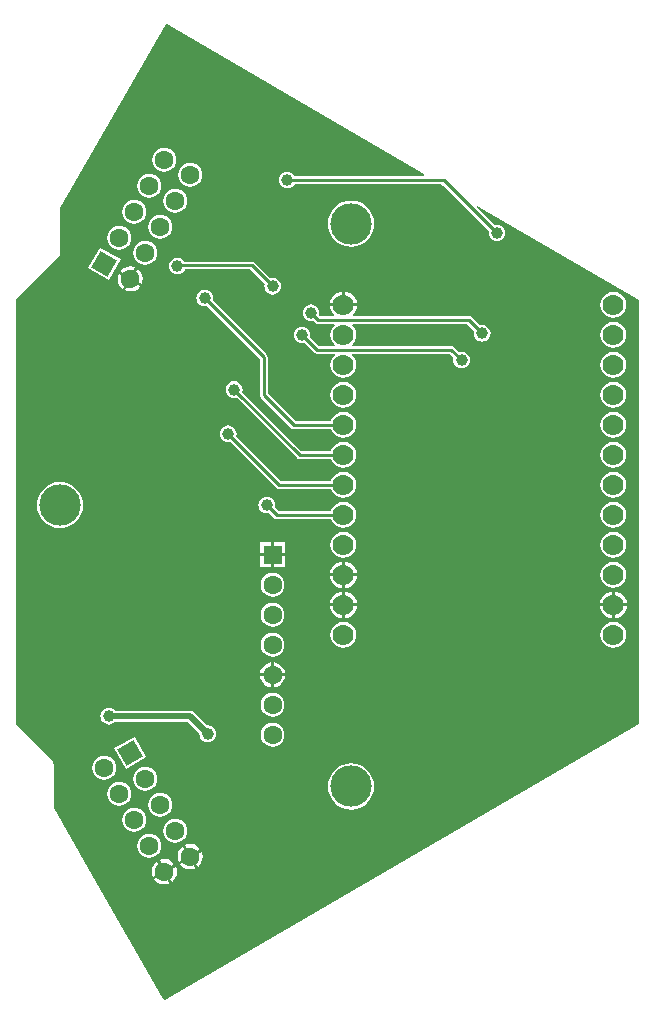
<source format=gtl>
G04*
G04 #@! TF.GenerationSoftware,Altium Limited,Altium Designer,20.0.14 (345)*
G04*
G04 Layer_Physical_Order=1*
G04 Layer_Color=255*
%FSLAX43Y43*%
%MOMM*%
G71*
G01*
G75*
%ADD11C,0.254*%
%ADD20C,0.250*%
%ADD21C,0.500*%
%ADD22C,1.778*%
%ADD23C,1.600*%
%ADD24R,1.600X1.600*%
%ADD25P,2.263X4X345.0*%
%ADD26P,2.263X4X105.0*%
%ADD27C,3.500*%
%ADD28C,1.000*%
G36*
X-5178Y28456D02*
X-5211Y28333D01*
X-16130D01*
X-16139Y28353D01*
X-16251Y28499D01*
X-16397Y28611D01*
X-16567Y28682D01*
X-16750Y28706D01*
X-16933Y28682D01*
X-17103Y28611D01*
X-17249Y28499D01*
X-17361Y28353D01*
X-17432Y28183D01*
X-17456Y28000D01*
X-17432Y27817D01*
X-17361Y27647D01*
X-17249Y27501D01*
X-17103Y27389D01*
X-16933Y27318D01*
X-16750Y27294D01*
X-16567Y27318D01*
X-16397Y27389D01*
X-16251Y27501D01*
X-16139Y27647D01*
X-16130Y27667D01*
X-3830D01*
X-3366Y27395D01*
X326Y23702D01*
X318Y23683D01*
X294Y23500D01*
X318Y23317D01*
X389Y23147D01*
X501Y23001D01*
X647Y22889D01*
X817Y22818D01*
X1000Y22794D01*
X1183Y22818D01*
X1353Y22889D01*
X1499Y23001D01*
X1611Y23147D01*
X1682Y23317D01*
X1706Y23500D01*
X1682Y23683D01*
X1611Y23853D01*
X1499Y23999D01*
X1353Y24111D01*
X1183Y24182D01*
X1000Y24206D01*
X817Y24182D01*
X798Y24174D01*
X-737Y25708D01*
X-659Y25809D01*
X13000Y17807D01*
Y-18082D01*
X-27116Y-41404D01*
X-27239Y-41371D01*
X-33650Y-30266D01*
X-36508Y-25181D01*
Y-21596D01*
X-36508Y-21596D01*
X-36531Y-21479D01*
X-36574Y-21415D01*
Y-21281D01*
X-39758Y-18068D01*
Y11465D01*
X-39758Y17873D01*
X-36000Y21631D01*
Y25637D01*
X-27062Y41172D01*
X-26939Y41204D01*
X-5178Y28456D01*
D02*
G37*
%LPC*%
G36*
X-27160Y30708D02*
X-27421Y30674D01*
X-27664Y30573D01*
X-27873Y30413D01*
X-28033Y30204D01*
X-28134Y29961D01*
X-28168Y29700D01*
X-28134Y29439D01*
X-28033Y29195D01*
X-27873Y28986D01*
X-27664Y28826D01*
X-27421Y28725D01*
X-27160Y28691D01*
X-26899Y28725D01*
X-26656Y28826D01*
X-26447Y28986D01*
X-26286Y29195D01*
X-26186Y29439D01*
X-26151Y29700D01*
X-26186Y29961D01*
X-26286Y30204D01*
X-26447Y30413D01*
X-26656Y30573D01*
X-26899Y30674D01*
X-27160Y30708D01*
D02*
G37*
G36*
X-24960Y29438D02*
X-25221Y29404D01*
X-25464Y29303D01*
X-25673Y29143D01*
X-25834Y28934D01*
X-25934Y28691D01*
X-25969Y28430D01*
X-25934Y28169D01*
X-25834Y27925D01*
X-25673Y27716D01*
X-25464Y27556D01*
X-25221Y27455D01*
X-24960Y27421D01*
X-24699Y27455D01*
X-24456Y27556D01*
X-24247Y27716D01*
X-24087Y27925D01*
X-23986Y28169D01*
X-23952Y28430D01*
X-23986Y28691D01*
X-24087Y28934D01*
X-24247Y29143D01*
X-24456Y29303D01*
X-24699Y29404D01*
X-24960Y29438D01*
D02*
G37*
G36*
X-28430Y28509D02*
X-28691Y28474D01*
X-28934Y28373D01*
X-29143Y28213D01*
X-29303Y28004D01*
X-29404Y27761D01*
X-29438Y27500D01*
X-29404Y27239D01*
X-29303Y26996D01*
X-29143Y26787D01*
X-28934Y26626D01*
X-28691Y26526D01*
X-28430Y26491D01*
X-28169Y26526D01*
X-27926Y26626D01*
X-27717Y26787D01*
X-27556Y26996D01*
X-27456Y27239D01*
X-27421Y27500D01*
X-27456Y27761D01*
X-27556Y28004D01*
X-27717Y28213D01*
X-27926Y28373D01*
X-28169Y28474D01*
X-28430Y28509D01*
D02*
G37*
G36*
X-26230Y27239D02*
X-26491Y27204D01*
X-26734Y27103D01*
X-26943Y26943D01*
X-27104Y26734D01*
X-27204Y26491D01*
X-27239Y26230D01*
X-27204Y25969D01*
X-27104Y25726D01*
X-26943Y25517D01*
X-26734Y25357D01*
X-26491Y25256D01*
X-26230Y25221D01*
X-25969Y25256D01*
X-25726Y25357D01*
X-25517Y25517D01*
X-25357Y25726D01*
X-25256Y25969D01*
X-25222Y26230D01*
X-25256Y26491D01*
X-25357Y26734D01*
X-25517Y26943D01*
X-25726Y27103D01*
X-25969Y27204D01*
X-26230Y27239D01*
D02*
G37*
G36*
X-29700Y26309D02*
X-29961Y26275D01*
X-30204Y26174D01*
X-30413Y26014D01*
X-30573Y25805D01*
X-30674Y25561D01*
X-30708Y25300D01*
X-30674Y25039D01*
X-30573Y24796D01*
X-30413Y24587D01*
X-30204Y24427D01*
X-29961Y24326D01*
X-29700Y24292D01*
X-29439Y24326D01*
X-29196Y24427D01*
X-28987Y24587D01*
X-28826Y24796D01*
X-28726Y25039D01*
X-28691Y25300D01*
X-28726Y25561D01*
X-28826Y25805D01*
X-28987Y26014D01*
X-29196Y26174D01*
X-29439Y26275D01*
X-29700Y26309D01*
D02*
G37*
G36*
X-27500Y25039D02*
X-27761Y25005D01*
X-28004Y24904D01*
X-28213Y24743D01*
X-28374Y24535D01*
X-28474Y24291D01*
X-28509Y24030D01*
X-28474Y23769D01*
X-28374Y23526D01*
X-28213Y23317D01*
X-28004Y23157D01*
X-27761Y23056D01*
X-27500Y23022D01*
X-27239Y23056D01*
X-26996Y23157D01*
X-26787Y23317D01*
X-26627Y23526D01*
X-26526Y23769D01*
X-26492Y24030D01*
X-26526Y24291D01*
X-26627Y24535D01*
X-26787Y24743D01*
X-26996Y24904D01*
X-27239Y25005D01*
X-27500Y25039D01*
D02*
G37*
G36*
X-11356Y26247D02*
X-11738Y26209D01*
X-12106Y26098D01*
X-12445Y25917D01*
X-12742Y25673D01*
X-12985Y25376D01*
X-13166Y25037D01*
X-13278Y24670D01*
X-13315Y24287D01*
X-13278Y23905D01*
X-13166Y23537D01*
X-12985Y23199D01*
X-12742Y22902D01*
X-12445Y22658D01*
X-12106Y22477D01*
X-11738Y22366D01*
X-11356Y22328D01*
X-10974Y22366D01*
X-10606Y22477D01*
X-10267Y22658D01*
X-9970Y22902D01*
X-9727Y23199D01*
X-9546Y23537D01*
X-9434Y23905D01*
X-9397Y24287D01*
X-9434Y24670D01*
X-9546Y25037D01*
X-9727Y25376D01*
X-9970Y25673D01*
X-10267Y25917D01*
X-10606Y26098D01*
X-10974Y26209D01*
X-11356Y26247D01*
D02*
G37*
G36*
X-30970Y24109D02*
X-31231Y24075D01*
X-31474Y23974D01*
X-31683Y23814D01*
X-31843Y23605D01*
X-31944Y23362D01*
X-31978Y23101D01*
X-31944Y22840D01*
X-31843Y22596D01*
X-31683Y22387D01*
X-31474Y22227D01*
X-31231Y22126D01*
X-30970Y22092D01*
X-30709Y22126D01*
X-30466Y22227D01*
X-30257Y22387D01*
X-30096Y22596D01*
X-29996Y22840D01*
X-29961Y23101D01*
X-29996Y23362D01*
X-30096Y23605D01*
X-30257Y23814D01*
X-30466Y23974D01*
X-30709Y24075D01*
X-30970Y24109D01*
D02*
G37*
G36*
X-28770Y22839D02*
X-29031Y22805D01*
X-29274Y22704D01*
X-29483Y22544D01*
X-29644Y22335D01*
X-29744Y22092D01*
X-29779Y21831D01*
X-29744Y21570D01*
X-29644Y21326D01*
X-29483Y21117D01*
X-29274Y20957D01*
X-29031Y20856D01*
X-28770Y20822D01*
X-28509Y20856D01*
X-28266Y20957D01*
X-28057Y21117D01*
X-27897Y21326D01*
X-27796Y21570D01*
X-27762Y21831D01*
X-27796Y22092D01*
X-27897Y22335D01*
X-28057Y22544D01*
X-28266Y22704D01*
X-28509Y22805D01*
X-28770Y22839D01*
D02*
G37*
G36*
X-30040Y20694D02*
X-30315Y20658D01*
X-30572Y20552D01*
X-30792Y20383D01*
X-30883Y20264D01*
X-30087Y19804D01*
X-29627Y20601D01*
X-29765Y20658D01*
X-30040Y20694D01*
D02*
G37*
G36*
X-32606Y22267D02*
X-33606Y20535D01*
X-31874Y19535D01*
X-30874Y21267D01*
X-32606Y22267D01*
D02*
G37*
G36*
X-29407Y20474D02*
X-29867Y19677D01*
X-29070Y19218D01*
X-29013Y19356D01*
X-28977Y19631D01*
X-29013Y19906D01*
X-29119Y20162D01*
X-29288Y20383D01*
X-29407Y20474D01*
D02*
G37*
G36*
X-31010Y20044D02*
X-31067Y19906D01*
X-31103Y19631D01*
X-31067Y19356D01*
X-30961Y19099D01*
X-30792Y18879D01*
X-30673Y18788D01*
X-30214Y19584D01*
X-31010Y20044D01*
D02*
G37*
G36*
X-29994Y19457D02*
X-30453Y18661D01*
X-30315Y18604D01*
X-30040Y18568D01*
X-29765Y18604D01*
X-29509Y18710D01*
X-29288Y18879D01*
X-29197Y18998D01*
X-29994Y19457D01*
D02*
G37*
G36*
X-26053Y21403D02*
X-26236Y21379D01*
X-26406Y21308D01*
X-26553Y21196D01*
X-26665Y21050D01*
X-26735Y20879D01*
X-26759Y20697D01*
X-26735Y20514D01*
X-26665Y20344D01*
X-26553Y20197D01*
X-26406Y20085D01*
X-26236Y20015D01*
X-26053Y19991D01*
X-25871Y20015D01*
X-25700Y20085D01*
X-25554Y20197D01*
X-25442Y20344D01*
X-25411Y20419D01*
X-19887D01*
X-18673Y19204D01*
X-18682Y19183D01*
X-18706Y19000D01*
X-18682Y18817D01*
X-18611Y18647D01*
X-18499Y18501D01*
X-18353Y18389D01*
X-18183Y18318D01*
X-18000Y18294D01*
X-17817Y18318D01*
X-17647Y18389D01*
X-17501Y18501D01*
X-17389Y18647D01*
X-17318Y18817D01*
X-17294Y19000D01*
X-17318Y19183D01*
X-17389Y19353D01*
X-17501Y19499D01*
X-17647Y19611D01*
X-17817Y19682D01*
X-18000Y19706D01*
X-18183Y19682D01*
X-18204Y19673D01*
X-19516Y20984D01*
X-19623Y21056D01*
X-19750Y21081D01*
X-25466D01*
X-25554Y21196D01*
X-25700Y21308D01*
X-25871Y21379D01*
X-26053Y21403D01*
D02*
G37*
G36*
X-11873Y18546D02*
Y17537D01*
X-10864D01*
X-10886Y17708D01*
X-11002Y17986D01*
X-11185Y18225D01*
X-11424Y18408D01*
X-11702Y18524D01*
X-11873Y18546D01*
D02*
G37*
G36*
X-12127D02*
X-12298Y18524D01*
X-12576Y18408D01*
X-12815Y18225D01*
X-12998Y17986D01*
X-13114Y17708D01*
X-13136Y17537D01*
X-12127D01*
Y18546D01*
D02*
G37*
G36*
X10860Y18508D02*
X10576Y18471D01*
X10311Y18361D01*
X10083Y18187D01*
X9909Y17959D01*
X9799Y17694D01*
X9762Y17410D01*
X9799Y17126D01*
X9909Y16861D01*
X10083Y16633D01*
X10311Y16459D01*
X10576Y16349D01*
X10860Y16312D01*
X11144Y16349D01*
X11409Y16459D01*
X11637Y16633D01*
X11811Y16861D01*
X11921Y17126D01*
X11958Y17410D01*
X11921Y17694D01*
X11811Y17959D01*
X11637Y18187D01*
X11409Y18361D01*
X11144Y18471D01*
X10860Y18508D01*
D02*
G37*
G36*
X-14750Y17456D02*
X-14933Y17432D01*
X-15103Y17361D01*
X-15249Y17249D01*
X-15361Y17103D01*
X-15432Y16933D01*
X-15456Y16750D01*
X-15432Y16567D01*
X-15361Y16397D01*
X-15249Y16251D01*
X-15103Y16139D01*
X-14933Y16068D01*
X-14750Y16044D01*
X-14567Y16068D01*
X-14542Y16079D01*
X-14363Y15900D01*
X-14255Y15828D01*
X-14129Y15803D01*
X-12771D01*
X-12730Y15682D01*
X-12777Y15647D01*
X-12951Y15419D01*
X-13061Y15154D01*
X-13098Y14870D01*
X-13061Y14586D01*
X-12951Y14321D01*
X-12777Y14093D01*
X-12730Y14058D01*
X-12771Y13937D01*
X-14099D01*
X-14827Y14666D01*
X-14818Y14687D01*
X-14794Y14870D01*
X-14818Y15053D01*
X-14889Y15223D01*
X-15001Y15369D01*
X-15147Y15481D01*
X-15317Y15552D01*
X-15500Y15576D01*
X-15683Y15552D01*
X-15853Y15481D01*
X-15999Y15369D01*
X-16111Y15223D01*
X-16182Y15053D01*
X-16206Y14870D01*
X-16182Y14687D01*
X-16111Y14517D01*
X-15999Y14371D01*
X-15853Y14259D01*
X-15683Y14188D01*
X-15500Y14164D01*
X-15317Y14188D01*
X-15296Y14197D01*
X-14470Y13372D01*
X-14363Y13300D01*
X-14236Y13275D01*
X-12755D01*
X-12715Y13154D01*
X-12777Y13107D01*
X-12951Y12879D01*
X-13061Y12614D01*
X-13098Y12330D01*
X-13061Y12046D01*
X-12951Y11781D01*
X-12777Y11553D01*
X-12549Y11379D01*
X-12284Y11269D01*
X-12000Y11232D01*
X-11716Y11269D01*
X-11451Y11379D01*
X-11223Y11553D01*
X-11049Y11781D01*
X-10939Y12046D01*
X-10902Y12330D01*
X-10939Y12614D01*
X-11049Y12879D01*
X-11223Y13107D01*
X-11285Y13154D01*
X-11245Y13275D01*
X-2993D01*
X-2673Y12954D01*
X-2682Y12933D01*
X-2706Y12750D01*
X-2682Y12567D01*
X-2611Y12397D01*
X-2499Y12251D01*
X-2353Y12139D01*
X-2183Y12068D01*
X-2000Y12044D01*
X-1817Y12068D01*
X-1647Y12139D01*
X-1501Y12251D01*
X-1389Y12397D01*
X-1318Y12567D01*
X-1294Y12750D01*
X-1318Y12933D01*
X-1389Y13103D01*
X-1501Y13249D01*
X-1647Y13361D01*
X-1817Y13432D01*
X-2000Y13456D01*
X-2183Y13432D01*
X-2204Y13423D01*
X-2622Y13840D01*
X-2729Y13912D01*
X-2856Y13937D01*
X-11229D01*
X-11270Y14058D01*
X-11223Y14093D01*
X-11049Y14321D01*
X-10939Y14586D01*
X-10902Y14870D01*
X-10939Y15154D01*
X-11049Y15419D01*
X-11223Y15647D01*
X-11270Y15682D01*
X-11229Y15803D01*
X-1521D01*
X-923Y15204D01*
X-932Y15183D01*
X-956Y15000D01*
X-932Y14817D01*
X-861Y14647D01*
X-749Y14501D01*
X-603Y14389D01*
X-433Y14318D01*
X-250Y14294D01*
X-67Y14318D01*
X103Y14389D01*
X249Y14501D01*
X361Y14647D01*
X432Y14817D01*
X456Y15000D01*
X432Y15183D01*
X361Y15353D01*
X249Y15499D01*
X103Y15611D01*
X-67Y15682D01*
X-250Y15706D01*
X-433Y15682D01*
X-454Y15673D01*
X-1150Y16368D01*
X-1257Y16440D01*
X-1384Y16465D01*
X-11156D01*
X-11197Y16586D01*
X-11185Y16595D01*
X-11002Y16834D01*
X-10886Y17112D01*
X-10864Y17283D01*
X-13136D01*
X-13114Y17112D01*
X-12998Y16834D01*
X-12815Y16595D01*
X-12803Y16586D01*
X-12844Y16465D01*
X-13991D01*
X-14075Y16549D01*
X-14068Y16567D01*
X-14044Y16750D01*
X-14068Y16933D01*
X-14139Y17103D01*
X-14251Y17249D01*
X-14397Y17361D01*
X-14567Y17432D01*
X-14750Y17456D01*
D02*
G37*
G36*
X10860Y15968D02*
X10576Y15931D01*
X10311Y15821D01*
X10083Y15647D01*
X9909Y15419D01*
X9799Y15154D01*
X9762Y14870D01*
X9799Y14586D01*
X9909Y14321D01*
X10083Y14093D01*
X10311Y13919D01*
X10576Y13809D01*
X10860Y13772D01*
X11144Y13809D01*
X11409Y13919D01*
X11637Y14093D01*
X11811Y14321D01*
X11921Y14586D01*
X11958Y14870D01*
X11921Y15154D01*
X11811Y15419D01*
X11637Y15647D01*
X11409Y15821D01*
X11144Y15931D01*
X10860Y15968D01*
D02*
G37*
G36*
Y13428D02*
X10576Y13391D01*
X10311Y13281D01*
X10083Y13107D01*
X9909Y12879D01*
X9799Y12614D01*
X9762Y12330D01*
X9799Y12046D01*
X9909Y11781D01*
X10083Y11553D01*
X10311Y11379D01*
X10576Y11269D01*
X10860Y11232D01*
X11144Y11269D01*
X11409Y11379D01*
X11637Y11553D01*
X11811Y11781D01*
X11921Y12046D01*
X11958Y12330D01*
X11921Y12614D01*
X11811Y12879D01*
X11637Y13107D01*
X11409Y13281D01*
X11144Y13391D01*
X10860Y13428D01*
D02*
G37*
G36*
Y10888D02*
X10576Y10851D01*
X10311Y10741D01*
X10083Y10567D01*
X9909Y10339D01*
X9799Y10074D01*
X9762Y9790D01*
X9799Y9506D01*
X9909Y9241D01*
X10083Y9013D01*
X10311Y8839D01*
X10576Y8729D01*
X10860Y8692D01*
X11144Y8729D01*
X11409Y8839D01*
X11637Y9013D01*
X11811Y9241D01*
X11921Y9506D01*
X11958Y9790D01*
X11921Y10074D01*
X11811Y10339D01*
X11637Y10567D01*
X11409Y10741D01*
X11144Y10851D01*
X10860Y10888D01*
D02*
G37*
G36*
X-12000D02*
X-12284Y10851D01*
X-12549Y10741D01*
X-12777Y10567D01*
X-12951Y10339D01*
X-13061Y10074D01*
X-13098Y9790D01*
X-13061Y9506D01*
X-12951Y9241D01*
X-12777Y9013D01*
X-12549Y8839D01*
X-12284Y8729D01*
X-12000Y8692D01*
X-11716Y8729D01*
X-11451Y8839D01*
X-11223Y9013D01*
X-11049Y9241D01*
X-10939Y9506D01*
X-10902Y9790D01*
X-10939Y10074D01*
X-11049Y10339D01*
X-11223Y10567D01*
X-11451Y10741D01*
X-11716Y10851D01*
X-12000Y10888D01*
D02*
G37*
G36*
X10860Y8348D02*
X10576Y8311D01*
X10311Y8201D01*
X10083Y8027D01*
X9909Y7799D01*
X9799Y7534D01*
X9762Y7250D01*
X9799Y6966D01*
X9909Y6701D01*
X10083Y6473D01*
X10311Y6299D01*
X10576Y6189D01*
X10860Y6152D01*
X11144Y6189D01*
X11409Y6299D01*
X11637Y6473D01*
X11811Y6701D01*
X11921Y6966D01*
X11958Y7250D01*
X11921Y7534D01*
X11811Y7799D01*
X11637Y8027D01*
X11409Y8201D01*
X11144Y8311D01*
X10860Y8348D01*
D02*
G37*
G36*
X-23750Y18706D02*
X-23933Y18682D01*
X-24103Y18611D01*
X-24249Y18499D01*
X-24361Y18353D01*
X-24432Y18183D01*
X-24456Y18000D01*
X-24432Y17817D01*
X-24361Y17647D01*
X-24249Y17501D01*
X-24103Y17389D01*
X-23933Y17318D01*
X-23750Y17294D01*
X-23567Y17318D01*
X-23546Y17327D01*
X-19081Y12863D01*
Y9790D01*
X-19056Y9663D01*
X-18984Y9556D01*
X-16444Y7016D01*
X-16337Y6944D01*
X-16210Y6919D01*
X-13041D01*
X-12951Y6701D01*
X-12777Y6473D01*
X-12549Y6299D01*
X-12284Y6189D01*
X-12000Y6152D01*
X-11716Y6189D01*
X-11451Y6299D01*
X-11223Y6473D01*
X-11049Y6701D01*
X-10939Y6966D01*
X-10902Y7250D01*
X-10939Y7534D01*
X-11049Y7799D01*
X-11223Y8027D01*
X-11451Y8201D01*
X-11716Y8311D01*
X-12000Y8348D01*
X-12284Y8311D01*
X-12549Y8201D01*
X-12777Y8027D01*
X-12951Y7799D01*
X-13041Y7581D01*
X-16073D01*
X-18419Y9927D01*
Y13000D01*
X-18444Y13127D01*
X-18516Y13234D01*
X-23077Y17796D01*
X-23068Y17817D01*
X-23044Y18000D01*
X-23068Y18183D01*
X-23139Y18353D01*
X-23251Y18499D01*
X-23397Y18611D01*
X-23567Y18682D01*
X-23750Y18706D01*
D02*
G37*
G36*
X10860Y5808D02*
X10576Y5771D01*
X10311Y5661D01*
X10083Y5487D01*
X9909Y5259D01*
X9799Y4994D01*
X9762Y4710D01*
X9799Y4426D01*
X9909Y4161D01*
X10083Y3933D01*
X10311Y3759D01*
X10576Y3649D01*
X10860Y3612D01*
X11144Y3649D01*
X11409Y3759D01*
X11637Y3933D01*
X11811Y4161D01*
X11921Y4426D01*
X11958Y4710D01*
X11921Y4994D01*
X11811Y5259D01*
X11637Y5487D01*
X11409Y5661D01*
X11144Y5771D01*
X10860Y5808D01*
D02*
G37*
G36*
X-21250Y10956D02*
X-21433Y10932D01*
X-21603Y10861D01*
X-21749Y10749D01*
X-21861Y10603D01*
X-21932Y10433D01*
X-21956Y10250D01*
X-21932Y10067D01*
X-21861Y9897D01*
X-21749Y9751D01*
X-21603Y9639D01*
X-21433Y9568D01*
X-21250Y9544D01*
X-21067Y9568D01*
X-21046Y9577D01*
X-15944Y4476D01*
X-15837Y4404D01*
X-15710Y4379D01*
X-13041D01*
X-12951Y4161D01*
X-12777Y3933D01*
X-12549Y3759D01*
X-12284Y3649D01*
X-12000Y3612D01*
X-11716Y3649D01*
X-11451Y3759D01*
X-11223Y3933D01*
X-11049Y4161D01*
X-10939Y4426D01*
X-10902Y4710D01*
X-10939Y4994D01*
X-11049Y5259D01*
X-11223Y5487D01*
X-11451Y5661D01*
X-11716Y5771D01*
X-12000Y5808D01*
X-12284Y5771D01*
X-12549Y5661D01*
X-12777Y5487D01*
X-12951Y5259D01*
X-13041Y5041D01*
X-15573D01*
X-20577Y10046D01*
X-20568Y10067D01*
X-20544Y10250D01*
X-20568Y10433D01*
X-20639Y10603D01*
X-20751Y10749D01*
X-20897Y10861D01*
X-21067Y10932D01*
X-21250Y10956D01*
D02*
G37*
G36*
X10860Y3268D02*
X10576Y3231D01*
X10311Y3121D01*
X10083Y2947D01*
X9909Y2719D01*
X9799Y2454D01*
X9762Y2170D01*
X9799Y1886D01*
X9909Y1621D01*
X10083Y1393D01*
X10311Y1219D01*
X10576Y1109D01*
X10860Y1072D01*
X11144Y1109D01*
X11409Y1219D01*
X11637Y1393D01*
X11811Y1621D01*
X11921Y1886D01*
X11958Y2170D01*
X11921Y2454D01*
X11811Y2719D01*
X11637Y2947D01*
X11409Y3121D01*
X11144Y3231D01*
X10860Y3268D01*
D02*
G37*
G36*
X-21750Y7206D02*
X-21933Y7182D01*
X-22103Y7111D01*
X-22249Y6999D01*
X-22361Y6853D01*
X-22432Y6683D01*
X-22456Y6500D01*
X-22432Y6317D01*
X-22361Y6147D01*
X-22249Y6001D01*
X-22103Y5889D01*
X-21933Y5818D01*
X-21750Y5794D01*
X-21567Y5818D01*
X-21546Y5827D01*
X-17654Y1936D01*
X-17547Y1864D01*
X-17420Y1839D01*
X-13041D01*
X-12951Y1621D01*
X-12777Y1393D01*
X-12549Y1219D01*
X-12284Y1109D01*
X-12000Y1072D01*
X-11716Y1109D01*
X-11451Y1219D01*
X-11223Y1393D01*
X-11049Y1621D01*
X-10939Y1886D01*
X-10902Y2170D01*
X-10939Y2454D01*
X-11049Y2719D01*
X-11223Y2947D01*
X-11451Y3121D01*
X-11716Y3231D01*
X-12000Y3268D01*
X-12284Y3231D01*
X-12549Y3121D01*
X-12777Y2947D01*
X-12951Y2719D01*
X-13041Y2501D01*
X-17283D01*
X-21077Y6296D01*
X-21068Y6317D01*
X-21044Y6500D01*
X-21068Y6683D01*
X-21139Y6853D01*
X-21251Y6999D01*
X-21397Y7111D01*
X-21567Y7182D01*
X-21750Y7206D01*
D02*
G37*
G36*
X10860Y728D02*
X10576Y691D01*
X10311Y581D01*
X10083Y407D01*
X9909Y179D01*
X9799Y-86D01*
X9762Y-370D01*
X9799Y-654D01*
X9909Y-919D01*
X10083Y-1147D01*
X10311Y-1321D01*
X10576Y-1431D01*
X10860Y-1468D01*
X11144Y-1431D01*
X11409Y-1321D01*
X11637Y-1147D01*
X11811Y-919D01*
X11921Y-654D01*
X11958Y-370D01*
X11921Y-86D01*
X11811Y179D01*
X11637Y407D01*
X11409Y581D01*
X11144Y691D01*
X10860Y728D01*
D02*
G37*
G36*
X-18500Y1171D02*
X-18683Y1147D01*
X-18853Y1077D01*
X-18999Y965D01*
X-19111Y818D01*
X-19182Y648D01*
X-19206Y465D01*
X-19182Y283D01*
X-19111Y112D01*
X-18999Y-34D01*
X-18853Y-146D01*
X-18683Y-217D01*
X-18500Y-241D01*
X-18317Y-217D01*
X-18298Y-209D01*
X-17900Y-606D01*
X-17792Y-678D01*
X-17665Y-703D01*
X-13041D01*
X-12951Y-919D01*
X-12777Y-1147D01*
X-12549Y-1321D01*
X-12284Y-1431D01*
X-12000Y-1468D01*
X-11716Y-1431D01*
X-11451Y-1321D01*
X-11223Y-1147D01*
X-11049Y-919D01*
X-10939Y-654D01*
X-10902Y-370D01*
X-10939Y-86D01*
X-11049Y179D01*
X-11223Y407D01*
X-11451Y581D01*
X-11716Y691D01*
X-12000Y728D01*
X-12284Y691D01*
X-12549Y581D01*
X-12777Y407D01*
X-12951Y179D01*
X-13041Y-37D01*
X-17527D01*
X-17826Y263D01*
X-17818Y283D01*
X-17794Y465D01*
X-17818Y648D01*
X-17889Y818D01*
X-18001Y965D01*
X-18147Y1077D01*
X-18317Y1147D01*
X-18500Y1171D01*
D02*
G37*
G36*
X-36000Y2425D02*
X-36382Y2387D01*
X-36750Y2276D01*
X-37089Y2095D01*
X-37386Y1851D01*
X-37629Y1554D01*
X-37810Y1215D01*
X-37922Y848D01*
X-37959Y465D01*
X-37922Y83D01*
X-37810Y-285D01*
X-37629Y-623D01*
X-37386Y-920D01*
X-37089Y-1164D01*
X-36750Y-1345D01*
X-36382Y-1456D01*
X-36000Y-1494D01*
X-35618Y-1456D01*
X-35250Y-1345D01*
X-34911Y-1164D01*
X-34614Y-920D01*
X-34371Y-623D01*
X-34190Y-285D01*
X-34078Y83D01*
X-34041Y465D01*
X-34078Y848D01*
X-34190Y1215D01*
X-34371Y1554D01*
X-34614Y1851D01*
X-34911Y2095D01*
X-35250Y2276D01*
X-35618Y2387D01*
X-36000Y2425D01*
D02*
G37*
G36*
X-16946Y-2682D02*
X-17873D01*
Y-3609D01*
X-16946D01*
Y-2682D01*
D02*
G37*
G36*
X-18127D02*
X-19054D01*
Y-3609D01*
X-18127D01*
Y-2682D01*
D02*
G37*
G36*
X10860Y-1812D02*
X10576Y-1849D01*
X10311Y-1959D01*
X10083Y-2133D01*
X9909Y-2361D01*
X9799Y-2626D01*
X9762Y-2910D01*
X9799Y-3194D01*
X9909Y-3459D01*
X10083Y-3687D01*
X10311Y-3861D01*
X10576Y-3971D01*
X10860Y-4008D01*
X11144Y-3971D01*
X11409Y-3861D01*
X11637Y-3687D01*
X11811Y-3459D01*
X11921Y-3194D01*
X11958Y-2910D01*
X11921Y-2626D01*
X11811Y-2361D01*
X11637Y-2133D01*
X11409Y-1959D01*
X11144Y-1849D01*
X10860Y-1812D01*
D02*
G37*
G36*
X-12000D02*
X-12284Y-1849D01*
X-12549Y-1959D01*
X-12777Y-2133D01*
X-12951Y-2361D01*
X-13061Y-2626D01*
X-13098Y-2910D01*
X-13061Y-3194D01*
X-12951Y-3459D01*
X-12777Y-3687D01*
X-12549Y-3861D01*
X-12284Y-3971D01*
X-12000Y-4008D01*
X-11716Y-3971D01*
X-11451Y-3861D01*
X-11223Y-3687D01*
X-11049Y-3459D01*
X-10939Y-3194D01*
X-10902Y-2910D01*
X-10939Y-2626D01*
X-11049Y-2361D01*
X-11223Y-2133D01*
X-11451Y-1959D01*
X-11716Y-1849D01*
X-12000Y-1812D01*
D02*
G37*
G36*
X-16946Y-3863D02*
X-17873D01*
Y-4790D01*
X-16946D01*
Y-3863D01*
D02*
G37*
G36*
X-18127D02*
X-19054D01*
Y-4790D01*
X-18127D01*
Y-3863D01*
D02*
G37*
G36*
X-11873Y-4314D02*
Y-5323D01*
X-10864D01*
X-10886Y-5152D01*
X-11002Y-4874D01*
X-11185Y-4635D01*
X-11424Y-4452D01*
X-11702Y-4336D01*
X-11873Y-4314D01*
D02*
G37*
G36*
X-12127D02*
X-12298Y-4336D01*
X-12576Y-4452D01*
X-12815Y-4635D01*
X-12998Y-4874D01*
X-13114Y-5152D01*
X-13136Y-5323D01*
X-12127D01*
Y-4314D01*
D02*
G37*
G36*
X10860Y-4352D02*
X10576Y-4389D01*
X10311Y-4499D01*
X10083Y-4673D01*
X9909Y-4901D01*
X9799Y-5166D01*
X9762Y-5450D01*
X9799Y-5734D01*
X9909Y-5999D01*
X10083Y-6227D01*
X10311Y-6401D01*
X10576Y-6511D01*
X10860Y-6548D01*
X11144Y-6511D01*
X11409Y-6401D01*
X11637Y-6227D01*
X11811Y-5999D01*
X11921Y-5734D01*
X11958Y-5450D01*
X11921Y-5166D01*
X11811Y-4901D01*
X11637Y-4673D01*
X11409Y-4499D01*
X11144Y-4389D01*
X10860Y-4352D01*
D02*
G37*
G36*
X-10864Y-5577D02*
X-11873D01*
Y-6586D01*
X-11702Y-6564D01*
X-11424Y-6448D01*
X-11185Y-6265D01*
X-11002Y-6026D01*
X-10886Y-5748D01*
X-10864Y-5577D01*
D02*
G37*
G36*
X-12127D02*
X-13136D01*
X-13114Y-5748D01*
X-12998Y-6026D01*
X-12815Y-6265D01*
X-12576Y-6448D01*
X-12298Y-6564D01*
X-12127Y-6586D01*
Y-5577D01*
D02*
G37*
G36*
X-18000Y-5268D02*
X-18261Y-5302D01*
X-18504Y-5403D01*
X-18713Y-5563D01*
X-18874Y-5772D01*
X-18974Y-6015D01*
X-19009Y-6276D01*
X-18974Y-6537D01*
X-18874Y-6781D01*
X-18713Y-6990D01*
X-18504Y-7150D01*
X-18261Y-7251D01*
X-18000Y-7285D01*
X-17739Y-7251D01*
X-17496Y-7150D01*
X-17287Y-6990D01*
X-17126Y-6781D01*
X-17026Y-6537D01*
X-16991Y-6276D01*
X-17026Y-6015D01*
X-17126Y-5772D01*
X-17287Y-5563D01*
X-17496Y-5403D01*
X-17739Y-5302D01*
X-18000Y-5268D01*
D02*
G37*
G36*
X10987Y-6854D02*
Y-7863D01*
X11996D01*
X11974Y-7692D01*
X11858Y-7414D01*
X11675Y-7175D01*
X11436Y-6992D01*
X11158Y-6876D01*
X10987Y-6854D01*
D02*
G37*
G36*
X10733D02*
X10562Y-6876D01*
X10284Y-6992D01*
X10045Y-7175D01*
X9862Y-7414D01*
X9746Y-7692D01*
X9724Y-7863D01*
X10733D01*
Y-6854D01*
D02*
G37*
G36*
X-11873D02*
Y-7863D01*
X-10864D01*
X-10886Y-7692D01*
X-11002Y-7414D01*
X-11185Y-7175D01*
X-11424Y-6992D01*
X-11702Y-6876D01*
X-11873Y-6854D01*
D02*
G37*
G36*
X-12127D02*
X-12298Y-6876D01*
X-12576Y-6992D01*
X-12815Y-7175D01*
X-12998Y-7414D01*
X-13114Y-7692D01*
X-13136Y-7863D01*
X-12127D01*
Y-6854D01*
D02*
G37*
G36*
X11996Y-8117D02*
X10987D01*
Y-9126D01*
X11158Y-9104D01*
X11436Y-8988D01*
X11675Y-8805D01*
X11858Y-8566D01*
X11974Y-8288D01*
X11996Y-8117D01*
D02*
G37*
G36*
X10733D02*
X9724D01*
X9746Y-8288D01*
X9862Y-8566D01*
X10045Y-8805D01*
X10284Y-8988D01*
X10562Y-9104D01*
X10733Y-9126D01*
Y-8117D01*
D02*
G37*
G36*
X-10864D02*
X-11873D01*
Y-9126D01*
X-11702Y-9104D01*
X-11424Y-8988D01*
X-11185Y-8805D01*
X-11002Y-8566D01*
X-10886Y-8288D01*
X-10864Y-8117D01*
D02*
G37*
G36*
X-12127D02*
X-13136D01*
X-13114Y-8288D01*
X-12998Y-8566D01*
X-12815Y-8805D01*
X-12576Y-8988D01*
X-12298Y-9104D01*
X-12127Y-9126D01*
Y-8117D01*
D02*
G37*
G36*
X-18000Y-7808D02*
X-18261Y-7842D01*
X-18504Y-7943D01*
X-18713Y-8103D01*
X-18874Y-8312D01*
X-18974Y-8555D01*
X-19009Y-8816D01*
X-18974Y-9077D01*
X-18874Y-9321D01*
X-18713Y-9530D01*
X-18504Y-9690D01*
X-18261Y-9791D01*
X-18000Y-9825D01*
X-17739Y-9791D01*
X-17496Y-9690D01*
X-17287Y-9530D01*
X-17126Y-9321D01*
X-17026Y-9077D01*
X-16991Y-8816D01*
X-17026Y-8555D01*
X-17126Y-8312D01*
X-17287Y-8103D01*
X-17496Y-7943D01*
X-17739Y-7842D01*
X-18000Y-7808D01*
D02*
G37*
G36*
X10860Y-9432D02*
X10576Y-9469D01*
X10311Y-9579D01*
X10083Y-9753D01*
X9909Y-9981D01*
X9799Y-10246D01*
X9762Y-10530D01*
X9799Y-10814D01*
X9909Y-11079D01*
X10083Y-11307D01*
X10311Y-11481D01*
X10576Y-11591D01*
X10860Y-11628D01*
X11144Y-11591D01*
X11409Y-11481D01*
X11637Y-11307D01*
X11811Y-11079D01*
X11921Y-10814D01*
X11958Y-10530D01*
X11921Y-10246D01*
X11811Y-9981D01*
X11637Y-9753D01*
X11409Y-9579D01*
X11144Y-9469D01*
X10860Y-9432D01*
D02*
G37*
G36*
X-12000D02*
X-12284Y-9469D01*
X-12549Y-9579D01*
X-12777Y-9753D01*
X-12951Y-9981D01*
X-13061Y-10246D01*
X-13098Y-10530D01*
X-13061Y-10814D01*
X-12951Y-11079D01*
X-12777Y-11307D01*
X-12549Y-11481D01*
X-12284Y-11591D01*
X-12000Y-11628D01*
X-11716Y-11591D01*
X-11451Y-11481D01*
X-11223Y-11307D01*
X-11049Y-11079D01*
X-10939Y-10814D01*
X-10902Y-10530D01*
X-10939Y-10246D01*
X-11049Y-9981D01*
X-11223Y-9753D01*
X-11451Y-9579D01*
X-11716Y-9469D01*
X-12000Y-9432D01*
D02*
G37*
G36*
X-18000Y-10348D02*
X-18261Y-10382D01*
X-18504Y-10483D01*
X-18713Y-10643D01*
X-18874Y-10852D01*
X-18974Y-11095D01*
X-19009Y-11356D01*
X-18974Y-11617D01*
X-18874Y-11861D01*
X-18713Y-12070D01*
X-18504Y-12230D01*
X-18261Y-12331D01*
X-18000Y-12365D01*
X-17739Y-12331D01*
X-17496Y-12230D01*
X-17287Y-12070D01*
X-17126Y-11861D01*
X-17026Y-11617D01*
X-16991Y-11356D01*
X-17026Y-11095D01*
X-17126Y-10852D01*
X-17287Y-10643D01*
X-17496Y-10483D01*
X-17739Y-10382D01*
X-18000Y-10348D01*
D02*
G37*
G36*
X-17873Y-12850D02*
Y-13769D01*
X-16954D01*
X-16973Y-13621D01*
X-17079Y-13365D01*
X-17248Y-13145D01*
X-17468Y-12976D01*
X-17725Y-12870D01*
X-17873Y-12850D01*
D02*
G37*
G36*
X-18127D02*
X-18275Y-12870D01*
X-18532Y-12976D01*
X-18752Y-13145D01*
X-18921Y-13365D01*
X-19027Y-13621D01*
X-19046Y-13769D01*
X-18127D01*
Y-12850D01*
D02*
G37*
G36*
X-16954Y-14023D02*
X-17873D01*
Y-14943D01*
X-17725Y-14923D01*
X-17468Y-14817D01*
X-17248Y-14648D01*
X-17079Y-14428D01*
X-16973Y-14172D01*
X-16954Y-14023D01*
D02*
G37*
G36*
X-18127D02*
X-19046D01*
X-19027Y-14172D01*
X-18921Y-14428D01*
X-18752Y-14648D01*
X-18532Y-14817D01*
X-18275Y-14923D01*
X-18127Y-14943D01*
Y-14023D01*
D02*
G37*
G36*
X-18000Y-15428D02*
X-18261Y-15462D01*
X-18504Y-15563D01*
X-18713Y-15723D01*
X-18874Y-15932D01*
X-18974Y-16175D01*
X-19009Y-16436D01*
X-18974Y-16697D01*
X-18874Y-16941D01*
X-18713Y-17150D01*
X-18504Y-17310D01*
X-18261Y-17411D01*
X-18000Y-17445D01*
X-17739Y-17411D01*
X-17496Y-17310D01*
X-17287Y-17150D01*
X-17126Y-16941D01*
X-17026Y-16697D01*
X-16991Y-16436D01*
X-17026Y-16175D01*
X-17126Y-15932D01*
X-17287Y-15723D01*
X-17496Y-15563D01*
X-17739Y-15462D01*
X-18000Y-15428D01*
D02*
G37*
G36*
X-31876Y-16705D02*
X-32059Y-16729D01*
X-32229Y-16799D01*
X-32375Y-16911D01*
X-32487Y-17058D01*
X-32558Y-17228D01*
X-32582Y-17411D01*
X-32558Y-17593D01*
X-32487Y-17764D01*
X-32375Y-17910D01*
X-32229Y-18022D01*
X-32059Y-18093D01*
X-31876Y-18117D01*
X-31693Y-18093D01*
X-31523Y-18022D01*
X-31377Y-17910D01*
X-31346Y-17869D01*
X-25172D01*
X-24199Y-18842D01*
X-24206Y-18892D01*
X-24182Y-19075D01*
X-24111Y-19245D01*
X-23999Y-19392D01*
X-23853Y-19504D01*
X-23683Y-19574D01*
X-23500Y-19598D01*
X-23317Y-19574D01*
X-23147Y-19504D01*
X-23001Y-19392D01*
X-22889Y-19245D01*
X-22818Y-19075D01*
X-22794Y-18892D01*
X-22818Y-18710D01*
X-22889Y-18539D01*
X-23001Y-18393D01*
X-23147Y-18281D01*
X-23317Y-18210D01*
X-23500Y-18186D01*
X-23551Y-18193D01*
X-24657Y-17086D01*
X-24806Y-16987D01*
X-24982Y-16952D01*
X-31346D01*
X-31377Y-16911D01*
X-31523Y-16799D01*
X-31693Y-16729D01*
X-31876Y-16705D01*
D02*
G37*
G36*
X-18000Y-17968D02*
X-18261Y-18002D01*
X-18504Y-18103D01*
X-18713Y-18263D01*
X-18874Y-18472D01*
X-18974Y-18715D01*
X-19009Y-18976D01*
X-18974Y-19237D01*
X-18874Y-19481D01*
X-18713Y-19690D01*
X-18504Y-19850D01*
X-18261Y-19951D01*
X-18000Y-19985D01*
X-17739Y-19951D01*
X-17496Y-19850D01*
X-17287Y-19690D01*
X-17126Y-19481D01*
X-17026Y-19237D01*
X-16991Y-18976D01*
X-17026Y-18715D01*
X-17126Y-18472D01*
X-17287Y-18263D01*
X-17496Y-18103D01*
X-17739Y-18002D01*
X-18000Y-17968D01*
D02*
G37*
G36*
X-29674Y-19134D02*
X-31406Y-20134D01*
X-30406Y-21866D01*
X-28674Y-20866D01*
X-29674Y-19134D01*
D02*
G37*
G36*
X-32240Y-20762D02*
X-32501Y-20796D01*
X-32744Y-20897D01*
X-32953Y-21057D01*
X-33113Y-21266D01*
X-33214Y-21509D01*
X-33248Y-21770D01*
X-33214Y-22031D01*
X-33113Y-22275D01*
X-32953Y-22483D01*
X-32744Y-22644D01*
X-32501Y-22745D01*
X-32240Y-22779D01*
X-31979Y-22745D01*
X-31736Y-22644D01*
X-31527Y-22483D01*
X-31366Y-22275D01*
X-31266Y-22031D01*
X-31231Y-21770D01*
X-31266Y-21509D01*
X-31366Y-21266D01*
X-31527Y-21057D01*
X-31736Y-20897D01*
X-31979Y-20796D01*
X-32240Y-20762D01*
D02*
G37*
G36*
X-28770Y-21691D02*
X-29031Y-21726D01*
X-29274Y-21827D01*
X-29483Y-21987D01*
X-29644Y-22196D01*
X-29744Y-22439D01*
X-29779Y-22700D01*
X-29744Y-22961D01*
X-29644Y-23204D01*
X-29483Y-23413D01*
X-29274Y-23573D01*
X-29031Y-23674D01*
X-28770Y-23709D01*
X-28509Y-23674D01*
X-28266Y-23573D01*
X-28057Y-23413D01*
X-27897Y-23204D01*
X-27796Y-22961D01*
X-27762Y-22700D01*
X-27796Y-22439D01*
X-27897Y-22196D01*
X-28057Y-21987D01*
X-28266Y-21827D01*
X-28509Y-21726D01*
X-28770Y-21691D01*
D02*
G37*
G36*
X-30970Y-22961D02*
X-31231Y-22996D01*
X-31474Y-23097D01*
X-31683Y-23257D01*
X-31843Y-23466D01*
X-31944Y-23709D01*
X-31978Y-23970D01*
X-31944Y-24231D01*
X-31843Y-24474D01*
X-31683Y-24683D01*
X-31474Y-24844D01*
X-31231Y-24944D01*
X-30970Y-24979D01*
X-30709Y-24944D01*
X-30466Y-24844D01*
X-30257Y-24683D01*
X-30096Y-24474D01*
X-29996Y-24231D01*
X-29961Y-23970D01*
X-29996Y-23709D01*
X-30096Y-23466D01*
X-30257Y-23257D01*
X-30466Y-23097D01*
X-30709Y-22996D01*
X-30970Y-22961D01*
D02*
G37*
G36*
X-11356Y-21397D02*
X-11738Y-21435D01*
X-12106Y-21546D01*
X-12445Y-21728D01*
X-12742Y-21971D01*
X-12985Y-22268D01*
X-13166Y-22607D01*
X-13278Y-22974D01*
X-13315Y-23357D01*
X-13278Y-23739D01*
X-13166Y-24107D01*
X-12985Y-24445D01*
X-12742Y-24742D01*
X-12445Y-24986D01*
X-12106Y-25167D01*
X-11738Y-25278D01*
X-11356Y-25316D01*
X-10974Y-25278D01*
X-10606Y-25167D01*
X-10267Y-24986D01*
X-9970Y-24742D01*
X-9727Y-24445D01*
X-9546Y-24107D01*
X-9434Y-23739D01*
X-9397Y-23357D01*
X-9434Y-22974D01*
X-9546Y-22607D01*
X-9727Y-22268D01*
X-9970Y-21971D01*
X-10267Y-21728D01*
X-10606Y-21546D01*
X-10974Y-21435D01*
X-11356Y-21397D01*
D02*
G37*
G36*
X-27500Y-23891D02*
X-27761Y-23925D01*
X-28004Y-24026D01*
X-28213Y-24187D01*
X-28374Y-24395D01*
X-28474Y-24639D01*
X-28509Y-24900D01*
X-28474Y-25161D01*
X-28374Y-25404D01*
X-28213Y-25613D01*
X-28004Y-25773D01*
X-27761Y-25874D01*
X-27500Y-25908D01*
X-27239Y-25874D01*
X-26996Y-25773D01*
X-26787Y-25613D01*
X-26627Y-25404D01*
X-26526Y-25161D01*
X-26492Y-24900D01*
X-26526Y-24639D01*
X-26627Y-24395D01*
X-26787Y-24187D01*
X-26996Y-24026D01*
X-27239Y-23925D01*
X-27500Y-23891D01*
D02*
G37*
G36*
X-29700Y-25161D02*
X-29961Y-25195D01*
X-30204Y-25296D01*
X-30413Y-25456D01*
X-30573Y-25665D01*
X-30674Y-25909D01*
X-30708Y-26170D01*
X-30674Y-26431D01*
X-30573Y-26674D01*
X-30413Y-26883D01*
X-30204Y-27043D01*
X-29961Y-27144D01*
X-29700Y-27178D01*
X-29439Y-27144D01*
X-29196Y-27043D01*
X-28987Y-26883D01*
X-28826Y-26674D01*
X-28726Y-26431D01*
X-28691Y-26170D01*
X-28726Y-25909D01*
X-28826Y-25665D01*
X-28987Y-25456D01*
X-29196Y-25296D01*
X-29439Y-25195D01*
X-29700Y-25161D01*
D02*
G37*
G36*
X-26230Y-26091D02*
X-26491Y-26125D01*
X-26734Y-26226D01*
X-26943Y-26386D01*
X-27104Y-26595D01*
X-27204Y-26838D01*
X-27239Y-27099D01*
X-27204Y-27360D01*
X-27104Y-27604D01*
X-26943Y-27813D01*
X-26734Y-27973D01*
X-26491Y-28074D01*
X-26230Y-28108D01*
X-25969Y-28074D01*
X-25726Y-27973D01*
X-25517Y-27813D01*
X-25357Y-27604D01*
X-25256Y-27360D01*
X-25222Y-27099D01*
X-25256Y-26838D01*
X-25357Y-26595D01*
X-25517Y-26386D01*
X-25726Y-26226D01*
X-25969Y-26125D01*
X-26230Y-26091D01*
D02*
G37*
G36*
X-24960Y-28236D02*
X-25235Y-28272D01*
X-25373Y-28329D01*
X-24914Y-29126D01*
X-24117Y-28666D01*
X-24208Y-28547D01*
X-24429Y-28378D01*
X-24685Y-28272D01*
X-24960Y-28236D01*
D02*
G37*
G36*
X-28430Y-27361D02*
X-28691Y-27395D01*
X-28934Y-27496D01*
X-29143Y-27656D01*
X-29303Y-27865D01*
X-29404Y-28108D01*
X-29438Y-28369D01*
X-29404Y-28630D01*
X-29303Y-28874D01*
X-29143Y-29083D01*
X-28934Y-29243D01*
X-28691Y-29344D01*
X-28430Y-29378D01*
X-28169Y-29344D01*
X-27926Y-29243D01*
X-27717Y-29083D01*
X-27556Y-28874D01*
X-27456Y-28630D01*
X-27421Y-28369D01*
X-27456Y-28108D01*
X-27556Y-27865D01*
X-27717Y-27656D01*
X-27926Y-27496D01*
X-28169Y-27395D01*
X-28430Y-27361D01*
D02*
G37*
G36*
X-25593Y-28456D02*
X-25712Y-28547D01*
X-25881Y-28768D01*
X-25987Y-29024D01*
X-26023Y-29299D01*
X-25987Y-29574D01*
X-25930Y-29712D01*
X-25134Y-29253D01*
X-25593Y-28456D01*
D02*
G37*
G36*
X-23990Y-28886D02*
X-24787Y-29346D01*
X-24327Y-30142D01*
X-24208Y-30051D01*
X-24039Y-29831D01*
X-23933Y-29574D01*
X-23897Y-29299D01*
X-23933Y-29024D01*
X-23990Y-28886D01*
D02*
G37*
G36*
X-25007Y-29473D02*
X-25803Y-29932D01*
X-25712Y-30051D01*
X-25492Y-30220D01*
X-25235Y-30326D01*
X-24960Y-30362D01*
X-24685Y-30326D01*
X-24547Y-30269D01*
X-25007Y-29473D01*
D02*
G37*
G36*
X-27160Y-29506D02*
X-27435Y-29542D01*
X-27573Y-29599D01*
X-27113Y-30396D01*
X-26317Y-29936D01*
X-26408Y-29817D01*
X-26628Y-29648D01*
X-26885Y-29542D01*
X-27160Y-29506D01*
D02*
G37*
G36*
X-27793Y-29726D02*
X-27912Y-29817D01*
X-28081Y-30038D01*
X-28187Y-30294D01*
X-28223Y-30569D01*
X-28187Y-30844D01*
X-28130Y-30982D01*
X-27333Y-30523D01*
X-27793Y-29726D01*
D02*
G37*
G36*
X-26190Y-30156D02*
X-26986Y-30616D01*
X-26527Y-31412D01*
X-26408Y-31321D01*
X-26239Y-31101D01*
X-26133Y-30844D01*
X-26097Y-30569D01*
X-26133Y-30294D01*
X-26190Y-30156D01*
D02*
G37*
G36*
X-27206Y-30743D02*
X-28003Y-31202D01*
X-27912Y-31321D01*
X-27691Y-31490D01*
X-27435Y-31596D01*
X-27160Y-31632D01*
X-26885Y-31596D01*
X-26747Y-31539D01*
X-27206Y-30743D01*
D02*
G37*
%LPD*%
D11*
X-16750Y28000D02*
X-3500D01*
X1000Y23500D01*
X-17665Y-370D02*
X-12000D01*
X-18500Y465D02*
X-17665Y-370D01*
D20*
X-16210Y7250D02*
X-12000D01*
X-18750Y9790D02*
X-16210Y7250D01*
X-23750Y18000D02*
X-18750Y13000D01*
Y9790D02*
Y13000D01*
X-26053Y20697D02*
X-26000Y20750D01*
X-19750D01*
X-18000Y19000D01*
X-1384Y16134D02*
X-250Y15000D01*
X-14129Y16134D02*
X-1384D01*
X-14745Y16750D02*
X-14129Y16134D01*
X-14750Y16750D02*
X-14745D01*
X-2856Y13606D02*
X-2000Y12750D01*
X-14236Y13606D02*
X-2856D01*
X-15500Y14870D02*
X-14236Y13606D01*
X-15710Y4710D02*
X-12000D01*
X-21250Y10250D02*
X-15710Y4710D01*
X-17420Y2170D02*
X-12000D01*
X-21750Y6500D02*
X-17420Y2170D01*
D21*
X-31876Y-17411D02*
X-24982D01*
X-23500Y-18892D01*
D22*
X10860Y17410D02*
D03*
Y14870D02*
D03*
Y12330D02*
D03*
Y9790D02*
D03*
Y7250D02*
D03*
Y4710D02*
D03*
Y2170D02*
D03*
Y-370D02*
D03*
Y-2910D02*
D03*
Y-5450D02*
D03*
Y-7990D02*
D03*
Y-10530D02*
D03*
X-12000Y17410D02*
D03*
Y14870D02*
D03*
Y12330D02*
D03*
Y9790D02*
D03*
Y7250D02*
D03*
Y4710D02*
D03*
Y2170D02*
D03*
Y-370D02*
D03*
Y-2910D02*
D03*
Y-5450D02*
D03*
Y-7990D02*
D03*
Y-10530D02*
D03*
D23*
X-18000Y-16436D02*
D03*
Y-11356D02*
D03*
Y-6276D02*
D03*
Y-8816D02*
D03*
Y-13896D02*
D03*
Y-18976D02*
D03*
X-24960Y-29299D02*
D03*
X-26230Y-27099D02*
D03*
X-27500Y-24900D02*
D03*
X-28770Y-22700D02*
D03*
X-32240Y-21770D02*
D03*
X-30970Y-23970D02*
D03*
X-29700Y-26170D02*
D03*
X-28430Y-28369D02*
D03*
X-27160Y-30569D02*
D03*
Y29700D02*
D03*
X-28430Y27500D02*
D03*
X-29700Y25300D02*
D03*
X-30970Y23101D02*
D03*
X-30040Y19631D02*
D03*
X-28770Y21831D02*
D03*
X-27500Y24030D02*
D03*
X-26230Y26230D02*
D03*
X-24960Y28430D02*
D03*
D24*
X-18000Y-3736D02*
D03*
D25*
X-30040Y-20500D02*
D03*
D26*
X-32240Y20901D02*
D03*
D27*
X-36000Y465D02*
D03*
X-11356Y-23357D02*
D03*
Y24287D02*
D03*
D28*
X-23750Y18000D02*
D03*
X-26053Y20697D02*
D03*
X-18000Y19000D02*
D03*
X-16750Y28000D02*
D03*
X1000Y23500D02*
D03*
X-15500Y14870D02*
D03*
X-14750Y16750D02*
D03*
X-250Y15000D02*
D03*
X-2000Y12750D02*
D03*
X-18500Y465D02*
D03*
X-21250Y10250D02*
D03*
X-21750Y6500D02*
D03*
X-31876Y-17411D02*
D03*
X-23500Y-18892D02*
D03*
M02*

</source>
